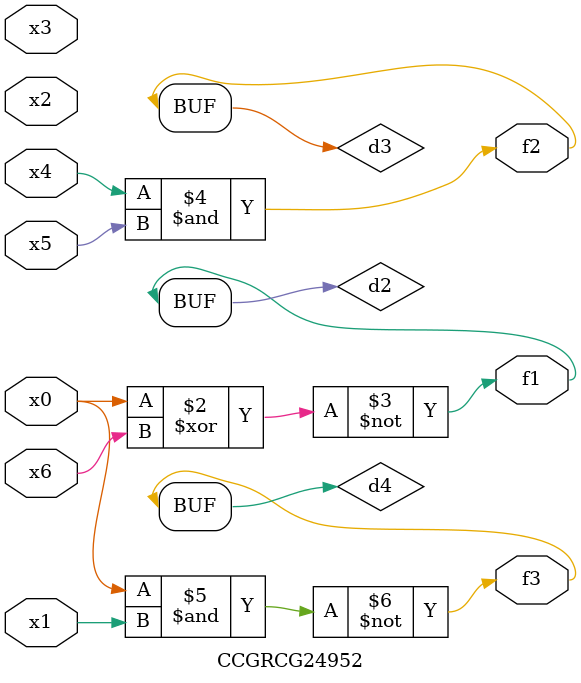
<source format=v>
module CCGRCG24952(
	input x0, x1, x2, x3, x4, x5, x6,
	output f1, f2, f3
);

	wire d1, d2, d3, d4;

	nor (d1, x0);
	xnor (d2, x0, x6);
	and (d3, x4, x5);
	nand (d4, x0, x1);
	assign f1 = d2;
	assign f2 = d3;
	assign f3 = d4;
endmodule

</source>
